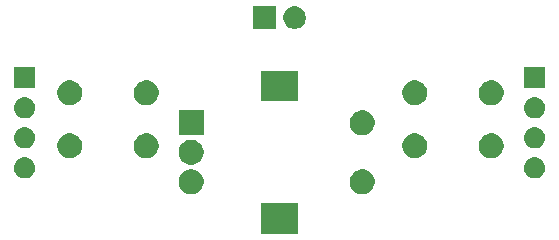
<source format=gbr>
G04 #@! TF.GenerationSoftware,KiCad,Pcbnew,(5.0.2-5)-5*
G04 #@! TF.CreationDate,2019-10-01T20:51:56+03:00*
G04 #@! TF.ProjectId,nav_panel,6e61765f-7061-46e6-956c-2e6b69636164,rev?*
G04 #@! TF.SameCoordinates,Original*
G04 #@! TF.FileFunction,Soldermask,Top*
G04 #@! TF.FilePolarity,Negative*
%FSLAX46Y46*%
G04 Gerber Fmt 4.6, Leading zero omitted, Abs format (unit mm)*
G04 Created by KiCad (PCBNEW (5.0.2-5)-5) date 2019 October 01, Tuesday 20:51:56*
%MOMM*%
%LPD*%
G01*
G04 APERTURE LIST*
%ADD10C,0.100000*%
G04 APERTURE END LIST*
D10*
G36*
X150148000Y-99571000D02*
X147046000Y-99571000D01*
X147046000Y-96969000D01*
X150148000Y-96969000D01*
X150148000Y-99571000D01*
X150148000Y-99571000D01*
G37*
G36*
X155903565Y-94159389D02*
X156094834Y-94238615D01*
X156266976Y-94353637D01*
X156413363Y-94500024D01*
X156528385Y-94672166D01*
X156607611Y-94863435D01*
X156648000Y-95066484D01*
X156648000Y-95273516D01*
X156607611Y-95476565D01*
X156528385Y-95667834D01*
X156413363Y-95839976D01*
X156266976Y-95986363D01*
X156094834Y-96101385D01*
X155903565Y-96180611D01*
X155700516Y-96221000D01*
X155493484Y-96221000D01*
X155290435Y-96180611D01*
X155099166Y-96101385D01*
X154927024Y-95986363D01*
X154780637Y-95839976D01*
X154665615Y-95667834D01*
X154586389Y-95476565D01*
X154546000Y-95273516D01*
X154546000Y-95066484D01*
X154586389Y-94863435D01*
X154665615Y-94672166D01*
X154780637Y-94500024D01*
X154927024Y-94353637D01*
X155099166Y-94238615D01*
X155290435Y-94159389D01*
X155493484Y-94119000D01*
X155700516Y-94119000D01*
X155903565Y-94159389D01*
X155903565Y-94159389D01*
G37*
G36*
X141403565Y-94159389D02*
X141594834Y-94238615D01*
X141766976Y-94353637D01*
X141913363Y-94500024D01*
X142028385Y-94672166D01*
X142107611Y-94863435D01*
X142148000Y-95066484D01*
X142148000Y-95273516D01*
X142107611Y-95476565D01*
X142028385Y-95667834D01*
X141913363Y-95839976D01*
X141766976Y-95986363D01*
X141594834Y-96101385D01*
X141403565Y-96180611D01*
X141200516Y-96221000D01*
X140993484Y-96221000D01*
X140790435Y-96180611D01*
X140599166Y-96101385D01*
X140427024Y-95986363D01*
X140280637Y-95839976D01*
X140165615Y-95667834D01*
X140086389Y-95476565D01*
X140046000Y-95273516D01*
X140046000Y-95066484D01*
X140086389Y-94863435D01*
X140165615Y-94672166D01*
X140280637Y-94500024D01*
X140427024Y-94353637D01*
X140599166Y-94238615D01*
X140790435Y-94159389D01*
X140993484Y-94119000D01*
X141200516Y-94119000D01*
X141403565Y-94159389D01*
X141403565Y-94159389D01*
G37*
G36*
X170290443Y-93085519D02*
X170356627Y-93092037D01*
X170469853Y-93126384D01*
X170526467Y-93143557D01*
X170665087Y-93217652D01*
X170682991Y-93227222D01*
X170718729Y-93256552D01*
X170820186Y-93339814D01*
X170903448Y-93441271D01*
X170932778Y-93477009D01*
X170932779Y-93477011D01*
X171016443Y-93633533D01*
X171016443Y-93633534D01*
X171067963Y-93803373D01*
X171085359Y-93980000D01*
X171067963Y-94156627D01*
X171043092Y-94238615D01*
X171016443Y-94326467D01*
X171001921Y-94353635D01*
X170932778Y-94482991D01*
X170903448Y-94518729D01*
X170820186Y-94620186D01*
X170718729Y-94703448D01*
X170682991Y-94732778D01*
X170682989Y-94732779D01*
X170526467Y-94816443D01*
X170469853Y-94833616D01*
X170356627Y-94867963D01*
X170290443Y-94874481D01*
X170224260Y-94881000D01*
X170135740Y-94881000D01*
X170069557Y-94874481D01*
X170003373Y-94867963D01*
X169890147Y-94833616D01*
X169833533Y-94816443D01*
X169677011Y-94732779D01*
X169677009Y-94732778D01*
X169641271Y-94703448D01*
X169539814Y-94620186D01*
X169456552Y-94518729D01*
X169427222Y-94482991D01*
X169358079Y-94353635D01*
X169343557Y-94326467D01*
X169316908Y-94238615D01*
X169292037Y-94156627D01*
X169274641Y-93980000D01*
X169292037Y-93803373D01*
X169343557Y-93633534D01*
X169343557Y-93633533D01*
X169427221Y-93477011D01*
X169427222Y-93477009D01*
X169456552Y-93441271D01*
X169539814Y-93339814D01*
X169641271Y-93256552D01*
X169677009Y-93227222D01*
X169694913Y-93217652D01*
X169833533Y-93143557D01*
X169890147Y-93126384D01*
X170003373Y-93092037D01*
X170069557Y-93085519D01*
X170135740Y-93079000D01*
X170224260Y-93079000D01*
X170290443Y-93085519D01*
X170290443Y-93085519D01*
G37*
G36*
X127110443Y-93085519D02*
X127176627Y-93092037D01*
X127289853Y-93126384D01*
X127346467Y-93143557D01*
X127485087Y-93217652D01*
X127502991Y-93227222D01*
X127538729Y-93256552D01*
X127640186Y-93339814D01*
X127723448Y-93441271D01*
X127752778Y-93477009D01*
X127752779Y-93477011D01*
X127836443Y-93633533D01*
X127836443Y-93633534D01*
X127887963Y-93803373D01*
X127905359Y-93980000D01*
X127887963Y-94156627D01*
X127863092Y-94238615D01*
X127836443Y-94326467D01*
X127821921Y-94353635D01*
X127752778Y-94482991D01*
X127723448Y-94518729D01*
X127640186Y-94620186D01*
X127538729Y-94703448D01*
X127502991Y-94732778D01*
X127502989Y-94732779D01*
X127346467Y-94816443D01*
X127289853Y-94833616D01*
X127176627Y-94867963D01*
X127110443Y-94874481D01*
X127044260Y-94881000D01*
X126955740Y-94881000D01*
X126889557Y-94874481D01*
X126823373Y-94867963D01*
X126710147Y-94833616D01*
X126653533Y-94816443D01*
X126497011Y-94732779D01*
X126497009Y-94732778D01*
X126461271Y-94703448D01*
X126359814Y-94620186D01*
X126276552Y-94518729D01*
X126247222Y-94482991D01*
X126178079Y-94353635D01*
X126163557Y-94326467D01*
X126136908Y-94238615D01*
X126112037Y-94156627D01*
X126094641Y-93980000D01*
X126112037Y-93803373D01*
X126163557Y-93633534D01*
X126163557Y-93633533D01*
X126247221Y-93477011D01*
X126247222Y-93477009D01*
X126276552Y-93441271D01*
X126359814Y-93339814D01*
X126461271Y-93256552D01*
X126497009Y-93227222D01*
X126514913Y-93217652D01*
X126653533Y-93143557D01*
X126710147Y-93126384D01*
X126823373Y-93092037D01*
X126889557Y-93085519D01*
X126955740Y-93079000D01*
X127044260Y-93079000D01*
X127110443Y-93085519D01*
X127110443Y-93085519D01*
G37*
G36*
X141403565Y-91659389D02*
X141594834Y-91738615D01*
X141766976Y-91853637D01*
X141913363Y-92000024D01*
X142028385Y-92172166D01*
X142107611Y-92363435D01*
X142148000Y-92566484D01*
X142148000Y-92773516D01*
X142107611Y-92976565D01*
X142028385Y-93167834D01*
X141913363Y-93339976D01*
X141766976Y-93486363D01*
X141594834Y-93601385D01*
X141403565Y-93680611D01*
X141200516Y-93721000D01*
X140993484Y-93721000D01*
X140790435Y-93680611D01*
X140599166Y-93601385D01*
X140427024Y-93486363D01*
X140280637Y-93339976D01*
X140165615Y-93167834D01*
X140086389Y-92976565D01*
X140046000Y-92773516D01*
X140046000Y-92566484D01*
X140086389Y-92363435D01*
X140165615Y-92172166D01*
X140280637Y-92000024D01*
X140427024Y-91853637D01*
X140599166Y-91738615D01*
X140790435Y-91659389D01*
X140993484Y-91619000D01*
X141200516Y-91619000D01*
X141403565Y-91659389D01*
X141403565Y-91659389D01*
G37*
G36*
X166826565Y-91119389D02*
X167017834Y-91198615D01*
X167189976Y-91313637D01*
X167336363Y-91460024D01*
X167451385Y-91632166D01*
X167530611Y-91823435D01*
X167571000Y-92026484D01*
X167571000Y-92233516D01*
X167530611Y-92436565D01*
X167451385Y-92627834D01*
X167336363Y-92799976D01*
X167189976Y-92946363D01*
X167017834Y-93061385D01*
X166826565Y-93140611D01*
X166623516Y-93181000D01*
X166416484Y-93181000D01*
X166213435Y-93140611D01*
X166022166Y-93061385D01*
X165850024Y-92946363D01*
X165703637Y-92799976D01*
X165588615Y-92627834D01*
X165509389Y-92436565D01*
X165469000Y-92233516D01*
X165469000Y-92026484D01*
X165509389Y-91823435D01*
X165588615Y-91632166D01*
X165703637Y-91460024D01*
X165850024Y-91313637D01*
X166022166Y-91198615D01*
X166213435Y-91119389D01*
X166416484Y-91079000D01*
X166623516Y-91079000D01*
X166826565Y-91119389D01*
X166826565Y-91119389D01*
G37*
G36*
X160326565Y-91119389D02*
X160517834Y-91198615D01*
X160689976Y-91313637D01*
X160836363Y-91460024D01*
X160951385Y-91632166D01*
X161030611Y-91823435D01*
X161071000Y-92026484D01*
X161071000Y-92233516D01*
X161030611Y-92436565D01*
X160951385Y-92627834D01*
X160836363Y-92799976D01*
X160689976Y-92946363D01*
X160517834Y-93061385D01*
X160326565Y-93140611D01*
X160123516Y-93181000D01*
X159916484Y-93181000D01*
X159713435Y-93140611D01*
X159522166Y-93061385D01*
X159350024Y-92946363D01*
X159203637Y-92799976D01*
X159088615Y-92627834D01*
X159009389Y-92436565D01*
X158969000Y-92233516D01*
X158969000Y-92026484D01*
X159009389Y-91823435D01*
X159088615Y-91632166D01*
X159203637Y-91460024D01*
X159350024Y-91313637D01*
X159522166Y-91198615D01*
X159713435Y-91119389D01*
X159916484Y-91079000D01*
X160123516Y-91079000D01*
X160326565Y-91119389D01*
X160326565Y-91119389D01*
G37*
G36*
X137616565Y-91119389D02*
X137807834Y-91198615D01*
X137979976Y-91313637D01*
X138126363Y-91460024D01*
X138241385Y-91632166D01*
X138320611Y-91823435D01*
X138361000Y-92026484D01*
X138361000Y-92233516D01*
X138320611Y-92436565D01*
X138241385Y-92627834D01*
X138126363Y-92799976D01*
X137979976Y-92946363D01*
X137807834Y-93061385D01*
X137616565Y-93140611D01*
X137413516Y-93181000D01*
X137206484Y-93181000D01*
X137003435Y-93140611D01*
X136812166Y-93061385D01*
X136640024Y-92946363D01*
X136493637Y-92799976D01*
X136378615Y-92627834D01*
X136299389Y-92436565D01*
X136259000Y-92233516D01*
X136259000Y-92026484D01*
X136299389Y-91823435D01*
X136378615Y-91632166D01*
X136493637Y-91460024D01*
X136640024Y-91313637D01*
X136812166Y-91198615D01*
X137003435Y-91119389D01*
X137206484Y-91079000D01*
X137413516Y-91079000D01*
X137616565Y-91119389D01*
X137616565Y-91119389D01*
G37*
G36*
X131116565Y-91119389D02*
X131307834Y-91198615D01*
X131479976Y-91313637D01*
X131626363Y-91460024D01*
X131741385Y-91632166D01*
X131820611Y-91823435D01*
X131861000Y-92026484D01*
X131861000Y-92233516D01*
X131820611Y-92436565D01*
X131741385Y-92627834D01*
X131626363Y-92799976D01*
X131479976Y-92946363D01*
X131307834Y-93061385D01*
X131116565Y-93140611D01*
X130913516Y-93181000D01*
X130706484Y-93181000D01*
X130503435Y-93140611D01*
X130312166Y-93061385D01*
X130140024Y-92946363D01*
X129993637Y-92799976D01*
X129878615Y-92627834D01*
X129799389Y-92436565D01*
X129759000Y-92233516D01*
X129759000Y-92026484D01*
X129799389Y-91823435D01*
X129878615Y-91632166D01*
X129993637Y-91460024D01*
X130140024Y-91313637D01*
X130312166Y-91198615D01*
X130503435Y-91119389D01*
X130706484Y-91079000D01*
X130913516Y-91079000D01*
X131116565Y-91119389D01*
X131116565Y-91119389D01*
G37*
G36*
X170290443Y-90545519D02*
X170356627Y-90552037D01*
X170469853Y-90586384D01*
X170526467Y-90603557D01*
X170646719Y-90667834D01*
X170682991Y-90687222D01*
X170718729Y-90716552D01*
X170820186Y-90799814D01*
X170903448Y-90901271D01*
X170932778Y-90937009D01*
X170932779Y-90937011D01*
X171016443Y-91093533D01*
X171018825Y-91101385D01*
X171067963Y-91263373D01*
X171085359Y-91440000D01*
X171067963Y-91616627D01*
X171063249Y-91632166D01*
X171016443Y-91786467D01*
X170996683Y-91823435D01*
X170932778Y-91942991D01*
X170903448Y-91978729D01*
X170820186Y-92080186D01*
X170718729Y-92163448D01*
X170682991Y-92192778D01*
X170682989Y-92192779D01*
X170526467Y-92276443D01*
X170469853Y-92293616D01*
X170356627Y-92327963D01*
X170290443Y-92334481D01*
X170224260Y-92341000D01*
X170135740Y-92341000D01*
X170069557Y-92334481D01*
X170003373Y-92327963D01*
X169890147Y-92293616D01*
X169833533Y-92276443D01*
X169677011Y-92192779D01*
X169677009Y-92192778D01*
X169641271Y-92163448D01*
X169539814Y-92080186D01*
X169456552Y-91978729D01*
X169427222Y-91942991D01*
X169363317Y-91823435D01*
X169343557Y-91786467D01*
X169296751Y-91632166D01*
X169292037Y-91616627D01*
X169274641Y-91440000D01*
X169292037Y-91263373D01*
X169341175Y-91101385D01*
X169343557Y-91093533D01*
X169427221Y-90937011D01*
X169427222Y-90937009D01*
X169456552Y-90901271D01*
X169539814Y-90799814D01*
X169641271Y-90716552D01*
X169677009Y-90687222D01*
X169713281Y-90667834D01*
X169833533Y-90603557D01*
X169890147Y-90586384D01*
X170003373Y-90552037D01*
X170069558Y-90545518D01*
X170135740Y-90539000D01*
X170224260Y-90539000D01*
X170290443Y-90545519D01*
X170290443Y-90545519D01*
G37*
G36*
X127110443Y-90545519D02*
X127176627Y-90552037D01*
X127289853Y-90586384D01*
X127346467Y-90603557D01*
X127466719Y-90667834D01*
X127502991Y-90687222D01*
X127538729Y-90716552D01*
X127640186Y-90799814D01*
X127723448Y-90901271D01*
X127752778Y-90937009D01*
X127752779Y-90937011D01*
X127836443Y-91093533D01*
X127838825Y-91101385D01*
X127887963Y-91263373D01*
X127905359Y-91440000D01*
X127887963Y-91616627D01*
X127883249Y-91632166D01*
X127836443Y-91786467D01*
X127816683Y-91823435D01*
X127752778Y-91942991D01*
X127723448Y-91978729D01*
X127640186Y-92080186D01*
X127538729Y-92163448D01*
X127502991Y-92192778D01*
X127502989Y-92192779D01*
X127346467Y-92276443D01*
X127289853Y-92293616D01*
X127176627Y-92327963D01*
X127110443Y-92334481D01*
X127044260Y-92341000D01*
X126955740Y-92341000D01*
X126889557Y-92334481D01*
X126823373Y-92327963D01*
X126710147Y-92293616D01*
X126653533Y-92276443D01*
X126497011Y-92192779D01*
X126497009Y-92192778D01*
X126461271Y-92163448D01*
X126359814Y-92080186D01*
X126276552Y-91978729D01*
X126247222Y-91942991D01*
X126183317Y-91823435D01*
X126163557Y-91786467D01*
X126116751Y-91632166D01*
X126112037Y-91616627D01*
X126094641Y-91440000D01*
X126112037Y-91263373D01*
X126161175Y-91101385D01*
X126163557Y-91093533D01*
X126247221Y-90937011D01*
X126247222Y-90937009D01*
X126276552Y-90901271D01*
X126359814Y-90799814D01*
X126461271Y-90716552D01*
X126497009Y-90687222D01*
X126533281Y-90667834D01*
X126653533Y-90603557D01*
X126710147Y-90586384D01*
X126823373Y-90552037D01*
X126889557Y-90545519D01*
X126955740Y-90539000D01*
X127044260Y-90539000D01*
X127110443Y-90545519D01*
X127110443Y-90545519D01*
G37*
G36*
X155903565Y-89159389D02*
X156094834Y-89238615D01*
X156266976Y-89353637D01*
X156413363Y-89500024D01*
X156528385Y-89672166D01*
X156607611Y-89863435D01*
X156648000Y-90066484D01*
X156648000Y-90273516D01*
X156607611Y-90476565D01*
X156528385Y-90667834D01*
X156413363Y-90839976D01*
X156266976Y-90986363D01*
X156094834Y-91101385D01*
X155903565Y-91180611D01*
X155700516Y-91221000D01*
X155493484Y-91221000D01*
X155290435Y-91180611D01*
X155099166Y-91101385D01*
X154927024Y-90986363D01*
X154780637Y-90839976D01*
X154665615Y-90667834D01*
X154586389Y-90476565D01*
X154546000Y-90273516D01*
X154546000Y-90066484D01*
X154586389Y-89863435D01*
X154665615Y-89672166D01*
X154780637Y-89500024D01*
X154927024Y-89353637D01*
X155099166Y-89238615D01*
X155290435Y-89159389D01*
X155493484Y-89119000D01*
X155700516Y-89119000D01*
X155903565Y-89159389D01*
X155903565Y-89159389D01*
G37*
G36*
X142148000Y-91221000D02*
X140046000Y-91221000D01*
X140046000Y-89119000D01*
X142148000Y-89119000D01*
X142148000Y-91221000D01*
X142148000Y-91221000D01*
G37*
G36*
X127110443Y-88005519D02*
X127176627Y-88012037D01*
X127289853Y-88046384D01*
X127346467Y-88063557D01*
X127466719Y-88127834D01*
X127502991Y-88147222D01*
X127538729Y-88176552D01*
X127640186Y-88259814D01*
X127723448Y-88361271D01*
X127752778Y-88397009D01*
X127752779Y-88397011D01*
X127836443Y-88553533D01*
X127838825Y-88561385D01*
X127887963Y-88723373D01*
X127905359Y-88900000D01*
X127887963Y-89076627D01*
X127875109Y-89119000D01*
X127836443Y-89246467D01*
X127762348Y-89385087D01*
X127752778Y-89402991D01*
X127723448Y-89438729D01*
X127640186Y-89540186D01*
X127538729Y-89623448D01*
X127502991Y-89652778D01*
X127502989Y-89652779D01*
X127346467Y-89736443D01*
X127289853Y-89753616D01*
X127176627Y-89787963D01*
X127110443Y-89794481D01*
X127044260Y-89801000D01*
X126955740Y-89801000D01*
X126889557Y-89794481D01*
X126823373Y-89787963D01*
X126710147Y-89753616D01*
X126653533Y-89736443D01*
X126497011Y-89652779D01*
X126497009Y-89652778D01*
X126461271Y-89623448D01*
X126359814Y-89540186D01*
X126276552Y-89438729D01*
X126247222Y-89402991D01*
X126237652Y-89385087D01*
X126163557Y-89246467D01*
X126124891Y-89119000D01*
X126112037Y-89076627D01*
X126094641Y-88900000D01*
X126112037Y-88723373D01*
X126161175Y-88561385D01*
X126163557Y-88553533D01*
X126247221Y-88397011D01*
X126247222Y-88397009D01*
X126276552Y-88361271D01*
X126359814Y-88259814D01*
X126461271Y-88176552D01*
X126497009Y-88147222D01*
X126533281Y-88127834D01*
X126653533Y-88063557D01*
X126710147Y-88046384D01*
X126823373Y-88012037D01*
X126889557Y-88005519D01*
X126955740Y-87999000D01*
X127044260Y-87999000D01*
X127110443Y-88005519D01*
X127110443Y-88005519D01*
G37*
G36*
X170290443Y-88005519D02*
X170356627Y-88012037D01*
X170469853Y-88046384D01*
X170526467Y-88063557D01*
X170646719Y-88127834D01*
X170682991Y-88147222D01*
X170718729Y-88176552D01*
X170820186Y-88259814D01*
X170903448Y-88361271D01*
X170932778Y-88397009D01*
X170932779Y-88397011D01*
X171016443Y-88553533D01*
X171018825Y-88561385D01*
X171067963Y-88723373D01*
X171085359Y-88900000D01*
X171067963Y-89076627D01*
X171055109Y-89119000D01*
X171016443Y-89246467D01*
X170942348Y-89385087D01*
X170932778Y-89402991D01*
X170903448Y-89438729D01*
X170820186Y-89540186D01*
X170718729Y-89623448D01*
X170682991Y-89652778D01*
X170682989Y-89652779D01*
X170526467Y-89736443D01*
X170469853Y-89753616D01*
X170356627Y-89787963D01*
X170290443Y-89794481D01*
X170224260Y-89801000D01*
X170135740Y-89801000D01*
X170069557Y-89794481D01*
X170003373Y-89787963D01*
X169890147Y-89753616D01*
X169833533Y-89736443D01*
X169677011Y-89652779D01*
X169677009Y-89652778D01*
X169641271Y-89623448D01*
X169539814Y-89540186D01*
X169456552Y-89438729D01*
X169427222Y-89402991D01*
X169417652Y-89385087D01*
X169343557Y-89246467D01*
X169304891Y-89119000D01*
X169292037Y-89076627D01*
X169274641Y-88900000D01*
X169292037Y-88723373D01*
X169341175Y-88561385D01*
X169343557Y-88553533D01*
X169427221Y-88397011D01*
X169427222Y-88397009D01*
X169456552Y-88361271D01*
X169539814Y-88259814D01*
X169641271Y-88176552D01*
X169677009Y-88147222D01*
X169713281Y-88127834D01*
X169833533Y-88063557D01*
X169890147Y-88046384D01*
X170003373Y-88012037D01*
X170069557Y-88005519D01*
X170135740Y-87999000D01*
X170224260Y-87999000D01*
X170290443Y-88005519D01*
X170290443Y-88005519D01*
G37*
G36*
X131116565Y-86619389D02*
X131307834Y-86698615D01*
X131479976Y-86813637D01*
X131626363Y-86960024D01*
X131741385Y-87132166D01*
X131820611Y-87323435D01*
X131861000Y-87526484D01*
X131861000Y-87733516D01*
X131820611Y-87936565D01*
X131741385Y-88127834D01*
X131626363Y-88299976D01*
X131479976Y-88446363D01*
X131307834Y-88561385D01*
X131116565Y-88640611D01*
X130913516Y-88681000D01*
X130706484Y-88681000D01*
X130503435Y-88640611D01*
X130312166Y-88561385D01*
X130140024Y-88446363D01*
X129993637Y-88299976D01*
X129878615Y-88127834D01*
X129799389Y-87936565D01*
X129759000Y-87733516D01*
X129759000Y-87526484D01*
X129799389Y-87323435D01*
X129878615Y-87132166D01*
X129993637Y-86960024D01*
X130140024Y-86813637D01*
X130312166Y-86698615D01*
X130503435Y-86619389D01*
X130706484Y-86579000D01*
X130913516Y-86579000D01*
X131116565Y-86619389D01*
X131116565Y-86619389D01*
G37*
G36*
X137616565Y-86619389D02*
X137807834Y-86698615D01*
X137979976Y-86813637D01*
X138126363Y-86960024D01*
X138241385Y-87132166D01*
X138320611Y-87323435D01*
X138361000Y-87526484D01*
X138361000Y-87733516D01*
X138320611Y-87936565D01*
X138241385Y-88127834D01*
X138126363Y-88299976D01*
X137979976Y-88446363D01*
X137807834Y-88561385D01*
X137616565Y-88640611D01*
X137413516Y-88681000D01*
X137206484Y-88681000D01*
X137003435Y-88640611D01*
X136812166Y-88561385D01*
X136640024Y-88446363D01*
X136493637Y-88299976D01*
X136378615Y-88127834D01*
X136299389Y-87936565D01*
X136259000Y-87733516D01*
X136259000Y-87526484D01*
X136299389Y-87323435D01*
X136378615Y-87132166D01*
X136493637Y-86960024D01*
X136640024Y-86813637D01*
X136812166Y-86698615D01*
X137003435Y-86619389D01*
X137206484Y-86579000D01*
X137413516Y-86579000D01*
X137616565Y-86619389D01*
X137616565Y-86619389D01*
G37*
G36*
X160326565Y-86619389D02*
X160517834Y-86698615D01*
X160689976Y-86813637D01*
X160836363Y-86960024D01*
X160951385Y-87132166D01*
X161030611Y-87323435D01*
X161071000Y-87526484D01*
X161071000Y-87733516D01*
X161030611Y-87936565D01*
X160951385Y-88127834D01*
X160836363Y-88299976D01*
X160689976Y-88446363D01*
X160517834Y-88561385D01*
X160326565Y-88640611D01*
X160123516Y-88681000D01*
X159916484Y-88681000D01*
X159713435Y-88640611D01*
X159522166Y-88561385D01*
X159350024Y-88446363D01*
X159203637Y-88299976D01*
X159088615Y-88127834D01*
X159009389Y-87936565D01*
X158969000Y-87733516D01*
X158969000Y-87526484D01*
X159009389Y-87323435D01*
X159088615Y-87132166D01*
X159203637Y-86960024D01*
X159350024Y-86813637D01*
X159522166Y-86698615D01*
X159713435Y-86619389D01*
X159916484Y-86579000D01*
X160123516Y-86579000D01*
X160326565Y-86619389D01*
X160326565Y-86619389D01*
G37*
G36*
X166826565Y-86619389D02*
X167017834Y-86698615D01*
X167189976Y-86813637D01*
X167336363Y-86960024D01*
X167451385Y-87132166D01*
X167530611Y-87323435D01*
X167571000Y-87526484D01*
X167571000Y-87733516D01*
X167530611Y-87936565D01*
X167451385Y-88127834D01*
X167336363Y-88299976D01*
X167189976Y-88446363D01*
X167017834Y-88561385D01*
X166826565Y-88640611D01*
X166623516Y-88681000D01*
X166416484Y-88681000D01*
X166213435Y-88640611D01*
X166022166Y-88561385D01*
X165850024Y-88446363D01*
X165703637Y-88299976D01*
X165588615Y-88127834D01*
X165509389Y-87936565D01*
X165469000Y-87733516D01*
X165469000Y-87526484D01*
X165509389Y-87323435D01*
X165588615Y-87132166D01*
X165703637Y-86960024D01*
X165850024Y-86813637D01*
X166022166Y-86698615D01*
X166213435Y-86619389D01*
X166416484Y-86579000D01*
X166623516Y-86579000D01*
X166826565Y-86619389D01*
X166826565Y-86619389D01*
G37*
G36*
X150148000Y-88371000D02*
X147046000Y-88371000D01*
X147046000Y-85769000D01*
X150148000Y-85769000D01*
X150148000Y-88371000D01*
X150148000Y-88371000D01*
G37*
G36*
X127901000Y-87261000D02*
X126099000Y-87261000D01*
X126099000Y-85459000D01*
X127901000Y-85459000D01*
X127901000Y-87261000D01*
X127901000Y-87261000D01*
G37*
G36*
X171081000Y-87261000D02*
X169279000Y-87261000D01*
X169279000Y-85459000D01*
X171081000Y-85459000D01*
X171081000Y-87261000D01*
X171081000Y-87261000D01*
G37*
G36*
X150137396Y-80365546D02*
X150310466Y-80437234D01*
X150466230Y-80541312D01*
X150598688Y-80673770D01*
X150702766Y-80829534D01*
X150774454Y-81002604D01*
X150811000Y-81186333D01*
X150811000Y-81373667D01*
X150774454Y-81557396D01*
X150702766Y-81730466D01*
X150598688Y-81886230D01*
X150466230Y-82018688D01*
X150310466Y-82122766D01*
X150137396Y-82194454D01*
X149953667Y-82231000D01*
X149766333Y-82231000D01*
X149582604Y-82194454D01*
X149409534Y-82122766D01*
X149253770Y-82018688D01*
X149121312Y-81886230D01*
X149017234Y-81730466D01*
X148945546Y-81557396D01*
X148909000Y-81373667D01*
X148909000Y-81186333D01*
X148945546Y-81002604D01*
X149017234Y-80829534D01*
X149121312Y-80673770D01*
X149253770Y-80541312D01*
X149409534Y-80437234D01*
X149582604Y-80365546D01*
X149766333Y-80329000D01*
X149953667Y-80329000D01*
X150137396Y-80365546D01*
X150137396Y-80365546D01*
G37*
G36*
X148271000Y-82231000D02*
X146369000Y-82231000D01*
X146369000Y-80329000D01*
X148271000Y-80329000D01*
X148271000Y-82231000D01*
X148271000Y-82231000D01*
G37*
M02*

</source>
